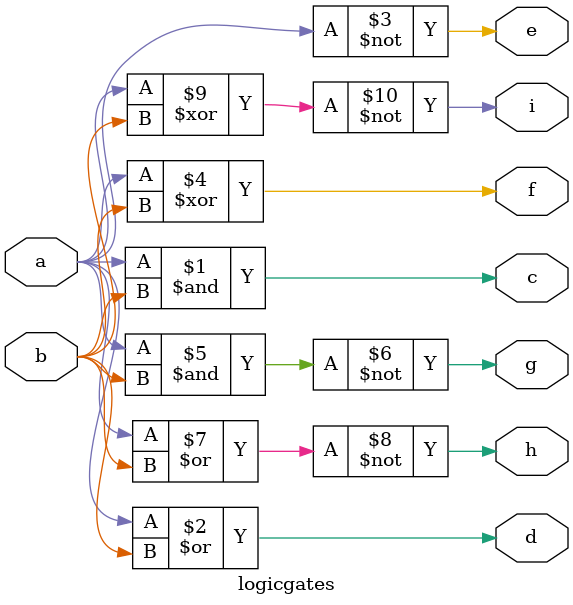
<source format=v>
module logicgates(
  input a,b,
  output c,d,e,f,g,h,i
);
  assign c=a&b;
  assign d=a|b;
  assign e=~a;
  assign f=a^b;
  assign g=~(a&b);
  assign h=~(a|b);
  assign i=~(a^b);
endmodule

</source>
